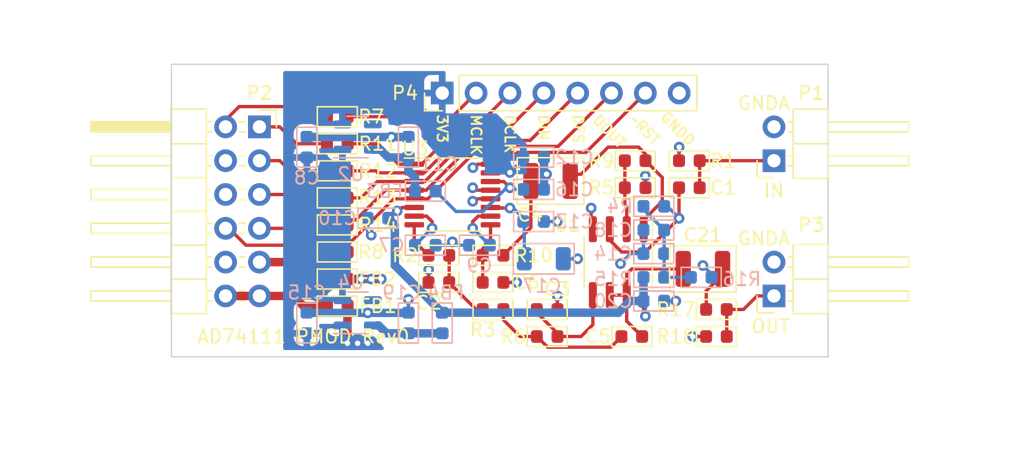
<source format=kicad_pcb>
(kicad_pcb (version 20211014) (generator pcbnew)
  (layers (0 "F.Cu" mixed) (1 "In1.Cu" power) (2 "In2.Cu" power) (31 "B.Cu" mixed) (34 "B.Paste" user) (35 "F.Paste" user) (36 "B.SilkS" user "B.Silkscreen") (37 "F.SilkS" user "F.Silkscreen") (38 "B.Mask" user) (39 "F.Mask" user) (44 "Edge.Cuts" user))
  (net 0 "")
  (net 1 "/audio_in")
  (net 2 "Net-(C1-Pad2)")
  (net 3 "Net-(C2-Pad1)")
  (net 4 "GNDA")
  (net 5 "Net-(C3-Pad1)")
  (net 6 "Net-(C4-Pad1)")
  (net 7 "Net-(C4-Pad2)")
  (net 8 "Net-(C5-Pad1)")
  (net 9 "Net-(C21-Pad2)")
  (net 10 "/vin")
  (net 11 "Net-(C7-Pad1)")
  (net 12 "Net-(C9-Pad1)")
  (net 13 "VAA")
  (net 14 "+3V3")
  (net 15 "GNDD")
  (net 16 "Net-(C11-Pad1)")
  (net 17 "+2V5")
  (net 18 "/3v3_in")
  (net 19 "Net-(C13-Pad1)")
  (net 20 "Net-(C19-Pad1)")
  (net 21 "Net-(P2-Pad7)")
  (net 22 "Net-(P2-Pad10)")
  (net 23 "/audio_out")
  (net 24 "/vout")
  (net 25 "/vbias")
  (net 26 "Net-(R5-Pad2)")
  (net 27 "/mclk")
  (net 28 "/~{reset}")
  (net 29 "/dclk")
  (net 30 "/din")
  (net 31 "/dfs")
  (net 32 "/dout")
  (net 35 "Net-(P2-Pad1)")
  (net 36 "Net-(P2-Pad2)")
  (net 37 "Net-(P2-Pad3)")
  (net 38 "Net-(P2-Pad4)")
  (net 41 "Net-(C21-Pad1)")
  (footprint "my_resistors:R_0603_1608Metric" (layer "F.Cu") (at 109.728 57.912 180)
    (fp_text reference "FB2" (at -3.022 0) (layer "F.SilkS"))
    (fp_text value "bead_600R_100MHz")
    (pad "1" smd roundrect locked (at -0.775 0 180) (size 0.9 0.95) (layers "F.Cu" "F.Paste" "F.Mask") (net 4 "GNDA"))
    (pad "2" smd roundrect locked (at 0.775 0 180) (size 0.9 0.95) (layers "F.Cu" "F.Paste" "F.Mask") (net 15 "GNDD"))
  )
  (footprint "my_conns:Conn_01x08_100mil_male" (layer "F.Cu") (at 117.602 43.942 90)
    (fp_text reference "P4" (at 0 -2.794 180) (layer "F.SilkS"))
    (fp_text value "Conn_01x08")
    (pad "1" thru_hole rect (at 0 0 90) (size 1.7 1.7) (drill 1) (layers *.Cu *.Mask) (net 14 "+3V3"))
    (pad "2" thru_hole oval (at 0 2.54 90) (size 1.7 1.7) (drill 1) (layers *.Cu *.Mask) (net 27 "/mclk"))
    (pad "3" thru_hole oval (at 0 5.08 90) (size 1.7 1.7) (drill 1) (layers *.Cu *.Mask) (net 29 "/dclk"))
    (pad "4" thru_hole oval (at 0 7.62 90) (size 1.7 1.7) (drill 1) (layers *.Cu *.Mask) (net 30 "/din"))
    (pad "5" thru_hole oval (at 0 10.16 90) (size 1.7 1.7) (drill 1) (layers *.Cu *.Mask) (net 31 "/dfs"))
    (pad "6" thru_hole oval (at 0 12.7 90) (size 1.7 1.7) (drill 1) (layers *.Cu *.Mask) (net 32 "/dout"))
    (pad "7" thru_hole oval (at 0 15.24 90) (size 1.7 1.7) (drill 1) (layers *.Cu *.Mask) (net 28 "/~{reset}"))
    (pad "8" thru_hole oval (at 0 17.78 90) (size 1.7 1.7) (drill 1) (layers *.Cu *.Mask) (net 15 "GNDD"))
  )
  (footprint "my_caps:C_0603_1608Metric" (layer "F.Cu") (at 121.412 58.166)
    (fp_text reference "C6" (at 2.54 0) (layer "F.SilkS"))
    (fp_text value "cap_10000PF_50V_0603_C0G-NP0")
    (pad "1" smd roundrect locked (at -0.775 0) (size 0.9 0.95) (layers "F.Cu" "F.Paste" "F.Mask") (net 10 "/vin"))
    (pad "2" smd roundrect locked (at 0.775 0) (size 0.9 0.95) (layers "F.Cu" "F.Paste" "F.Mask") (net 4 "GNDA"))
  )
  (footprint "my_resistors:R_0603_1608Metric" (layer "F.Cu") (at 109.728 49.784)
    (fp_text reference "R12" (at 3.048 0) (layer "F.SilkS"))
    (fp_text value "res_33R_5%_0.1W_0603")
    (pad "1" smd roundrect locked (at -0.775 0) (size 0.9 0.95) (layers "F.Cu" "F.Paste" "F.Mask") (net 36 "Net-(P2-Pad2)"))
    (pad "2" smd roundrect locked (at 0.775 0) (size 0.9 0.95) (layers "F.Cu" "F.Paste" "F.Mask") (net 30 "/din"))
  )
  (footprint "my_resistors:R_0603_1608Metric" (layer "F.Cu") (at 121.412 56.134 180)
    (fp_text reference "R10" (at -3.048 0 180) (layer "F.SilkS"))
    (fp_text value "res_51R_1%_0.1W_0603")
    (pad "1" smd roundrect locked (at -0.775 0 180) (size 0.9 0.95) (layers "F.Cu" "F.Paste" "F.Mask") (net 6 "Net-(C4-Pad1)"))
    (pad "2" smd roundrect locked (at 0.775 0 180) (size 0.9 0.95) (layers "F.Cu" "F.Paste" "F.Mask") (net 10 "/vin"))
  )
  (footprint "my_resistors:R_0603_1608Metric" (layer "F.Cu") (at 109.728 55.88 180)
    (fp_text reference "R8" (at -2.54 0) (layer "F.SilkS"))
    (fp_text value "res_33R_5%_0.1W_0603")
    (pad "1" smd roundrect locked (at -0.775 0 180) (size 0.9 0.95) (layers "F.Cu" "F.Paste" "F.Mask") (net 28 "/~{reset}"))
    (pad "2" smd roundrect locked (at 0.775 0 180) (size 0.9 0.95) (layers "F.Cu" "F.Paste" "F.Mask") (net 22 "Net-(P2-Pad10)"))
  )
  (footprint "my_caps:C_0603_1608Metric" (layer "F.Cu") (at 117.348 58.166 180)
    (fp_text reference "C2" (at 0.762 -1.524) (layer "F.SilkS"))
    (fp_text value "cap_2200PF_2%_50V_0603_C0G-NP0")
    (pad "1" smd roundrect locked (at -0.775 0 180) (size 0.9 0.95) (layers "F.Cu" "F.Paste" "F.Mask") (net 3 "Net-(C2-Pad1)"))
    (pad "2" smd roundrect locked (at 0.775 0 180) (size 0.9 0.95) (layers "F.Cu" "F.Paste" "F.Mask") (net 4 "GNDA"))
  )
  (footprint "my_resistors:R_0603_1608Metric" (layer "F.Cu") (at 117.348 56.134)
    (fp_text reference "R2" (at -2.54 0) (layer "F.SilkS"))
    (fp_text value "res_820R_1%_0.1W_0603")
    (pad "1" smd roundrect locked (at -0.775 0) (size 0.9 0.95) (layers "F.Cu" "F.Paste" "F.Mask") (net 24 "/vout"))
    (pad "2" smd roundrect locked (at 0.775 0) (size 0.9 0.95) (layers "F.Cu" "F.Paste" "F.Mask") (net 3 "Net-(C2-Pad1)"))
  )
  (footprint "my_caps:C_1210_3225Metric" (layer "F.Cu") (at 125.73 50.546)
    (fp_text reference "C4" (at -1.524 2.54) (layer "F.SilkS"))
    (fp_text value "cap_47UF_10%_16V_1210_X6S")
    (pad "1" smd roundrect locked (at -1.475 0) (size 1.15 2.7) (layers "F.Cu" "F.Paste" "F.Mask") (roundrect_rratio 0.2173913043) (net 6 "Net-(C4-Pad1)"))
    (pad "2" smd roundrect locked (at 1.475 0) (size 1.15 2.7) (layers "F.Cu" "F.Paste" "F.Mask") (roundrect_rratio 0.2173913043) (net 7 "Net-(C4-Pad2)"))
  )
  (footprint "my_caps:C_1210_3225Metric" (layer "F.Cu") (at 137.16 57.15 180)
    (fp_text reference "C21" (at 0 2.54) (layer "F.SilkS"))
    (fp_text value "cap_47UF_10%_16V_1210_X6S")
    (pad "1" smd roundrect locked (at -1.475 0 180) (size 1.15 2.7) (layers "F.Cu" "F.Paste" "F.Mask") (roundrect_rratio 0.2173913043) (net 41 "Net-(C21-Pad1)"))
    (pad "2" smd roundrect locked (at 1.475 0 180) (size 1.15 2.7) (layers "F.Cu" "F.Paste" "F.Mask") (roundrect_rratio 0.2173913043) (net 9 "Net-(C21-Pad2)"))
  )
  (footprint "my_caps:C_0603_1608Metric" (layer "F.Cu") (at 131.826 62.23)
    (fp_text reference "C5" (at -2.54 0) (layer "F.SilkS"))
    (fp_text value "cap_1000PF_1%_50V_0603_C0G-NP0")
    (pad "1" smd roundrect locked (at -0.775 0) (size 0.9 0.95) (layers "F.Cu" "F.Paste" "F.Mask") (net 8 "Net-(C5-Pad1)"))
    (pad "2" smd roundrect locked (at 0.775 0) (size 0.9 0.95) (layers "F.Cu" "F.Paste" "F.Mask") (net 9 "Net-(C21-Pad2)"))
  )
  (footprint "my_ics:SOIC-8_3.9x4.9mm_P1.27mm" (layer "F.Cu") (at 130.81 56.642 -90)
    (fp_text reference "U1" (at -2.794 3.81 180) (layer "F.SilkS"))
    (fp_text value "LMV722")
    (pad "1" smd roundrect (at -2.475 -1.905 270) (size 1.95 0.6) (layers "F.Cu" "F.Paste" "F.Mask") (net 7 "Net-(C4-Pad2)"))
    (pad "2" smd roundrect (at -2.475 -0.635 270) (size 1.95 0.6) (layers "F.Cu" "F.Paste" "F.Mask") (net 26 "Net-(R5-Pad2)"))
    (pad "3" smd roundrect (at -2.475 0.635 270) (size 1.95 0.6) (layers "F.Cu" "F.Paste" "F.Mask") (net 2 "Net-(C1-Pad2)"))
    (pad "4" smd roundrect (at -2.475 1.905 270) (size 1.95 0.6) (layers "F.Cu" "F.Paste" "F.Mask") (net 4 "GNDA"))
    (pad "5" smd roundrect (at 2.475 1.905 270) (size 1.95 0.6) (layers "F.Cu" "F.Paste" "F.Mask") (net 5 "Net-(C3-Pad1)"))
    (pad "6" smd roundrect (at 2.475 0.635 270) (size 1.95 0.6) (layers "F.Cu" "F.Paste" "F.Mask") (net 9 "Net-(C21-Pad2)"))
    (pad "7" smd roundrect (at 2.475 -0.635 270) (size 1.95 0.6) (layers "F.Cu" "F.Paste" "F.Mask") (net 9 "Net-(C21-Pad2)"))
    (pad "8" smd roundrect (at 2.475 -1.905 270) (size 1.95 0.6) (layers "F.Cu" "F.Paste" "F.Mask") (net 13 "VAA"))
  )
  (footprint "my_resistors:R_0603_1608Metric" (layer "F.Cu") (at 136.144 49.022 180)
    (fp_text reference "R1" (at -2.54 0) (layer "F.SilkS"))
    (fp_text value "res_2M2_1%_0.1W_0603")
    (pad "1" smd roundrect locked (at -0.775 0 180) (size 0.9 0.95) (layers "F.Cu" "F.Paste" "F.Mask") (net 1 "/audio_in"))
    (pad "2" smd roundrect locked (at 0.775 0 180) (size 0.9 0.95) (layers "F.Cu" "F.Paste" "F.Mask") (net 4 "GNDA"))
  )
  (footprint "my_resistors:R_0603_1608Metric" (layer "F.Cu") (at 109.728 47.752)
    (fp_text reference "R11" (at 3.048 0) (layer "F.SilkS"))
    (fp_text value "res_33R_5%_0.1W_0603")
    (pad "1" smd roundrect locked (at -0.775 0) (size 0.9 0.95) (layers "F.Cu" "F.Paste" "F.Mask") (net 35 "Net-(P2-Pad1)"))
    (pad "2" smd roundrect locked (at 0.775 0) (size 0.9 0.95) (layers "F.Cu" "F.Paste" "F.Mask") (net 29 "/dclk"))
  )
  (footprint "my_resistors:R_0603_1608Metric" (layer "F.Cu") (at 121.412 60.198)
    (fp_text reference "R3" (at -0.762 1.524) (layer "F.SilkS"))
    (fp_text value "res_8K2_1%_0.1W_0603")
    (pad "1" smd roundrect locked (at -0.775 0) (size 0.9 0.95) (layers "F.Cu" "F.Paste" "F.Mask") (net 3 "Net-(C2-Pad1)"))
    (pad "2" smd roundrect locked (at 0.775 0) (size 0.9 0.95) (layers "F.Cu" "F.Paste" "F.Mask") (net 8 "Net-(C5-Pad1)"))
  )
  (footprint "my_resistors:R_0603_1608Metric" (layer "F.Cu") (at 109.728 45.72 180)
    (fp_text reference "R7" (at -2.54 0) (layer "F.SilkS"))
    (fp_text value "res_33R_5%_0.1W_0603")
    (pad "1" smd roundrect locked (at -0.775 0 180) (size 0.9 0.95) (layers "F.Cu" "F.Paste" "F.Mask") (net 27 "/mclk"))
    (pad "2" smd roundrect locked (at 0.775 0 180) (size 0.9 0.95) (layers "F.Cu" "F.Paste" "F.Mask") (net 21 "Net-(P2-Pad7)"))
  )
  (footprint "Package_SO:TSSOP-16_4.4x5mm_P0.65mm" (layer "F.Cu") (at 118.364 51.562)
    (fp_text reference "U3" (at -2.794 -3.45) (layer "F.SilkS"))
    (fp_text value "AD74111")
    (pad "1" smd roundrect locked (at -2.8625 -2.275) (size 1.475 0.4) (layers "F.Cu" "F.Paste" "F.Mask") (net 29 "/dclk"))
    (pad "2" smd roundrect locked (at -2.8625 -1.625) (size 1.475 0.4) (layers "F.Cu" "F.Paste" "F.Mask") (net 30 "/din"))
    (pad "3" smd roundrect locked (at -2.8625 -0.975) (size 1.475 0.4) (layers "F.Cu" "F.Paste" "F.Mask") (net 31 "/dfs"))
    (pad "4" smd roundrect locked (at -2.8625 -0.325) (size 1.475 0.4) (layers "F.Cu" "F.Paste" "F.Mask") (net 32 "/dout"))
    (pad "5" smd roundrect locked (at -2.8625 0.325) (size 1.475 0.4) (layers "F.Cu" "F.Paste" "F.Mask") (net 28 "/~{reset}"))
    (pad "6" smd roundrect locked (at -2.8625 0.975) (size 1.475 0.4) (layers "F.Cu" "F.Paste" "F.Mask") (net 13 "VAA"))
    (pad "7" smd roundrect locked (at -2.8625 1.625) (size 1.475 0.4) (layers "F.Cu" "F.Paste" "F.Mask") (net 11 "Net-(C7-Pad1)"))
    (pad "8" smd roundrect locked (at -2.8625 2.275) (size 1.475 0.4) (layers "F.Cu" "F.Paste" "F.Mask") (net 24 "/vout"))
    (pad "9" smd roundrect locked (at 2.8625 2.275) (size 1.475 0.4) (layers "F.Cu" "F.Paste" "F.Mask") (net 10 "/vin"))
    (pad "10" smd roundrect locked (at 2.8625 1.625) (size 1.475 0.4) (layers "F.Cu" "F.Paste" "F.Mask") (net 12 "Net-(C9-Pad1)"))
    (pad "11" smd roundrect locked (at 2.8625 0.975) (size 1.475 0.4) (layers "F.Cu" "F.Paste" "F.Mask") (net 19 "Net-(C13-Pad1)"))
    (pad "12" smd roundrect locked (at 2.8625 0.325) (size 1.475 0.4) (layers "F.Cu" "F.Paste" "F.Mask") (net 4 "GNDA"))
    (pad "13" smd roundrect locked (at 2.8625 -0.325) (size 1.475 0.4) (layers "F.Cu" "F.Paste" "F.Mask") (net 15 "GNDD"))
    (pad "14" smd roundrect locked (at 2.8625 -0.975) (size 1.475 0.4) (layers "F.Cu" "F.Paste" "F.Mask") (net 17 "+2V5"))
    (pad "15" smd roundrect locked (at 2.8625 -1.625) (size 1.475 0.4) (layers "F.Cu" "F.Paste" "F.Mask") (net 14 "+3V3"))
    (pad "16" smd roundrect locked (at 2.8625 -2.275) (size 1.475 0.4) (layers "F.Cu" "F.Paste" "F.Mask") (net 27 "/mclk"))
  )
  (footprint "my_conns:Conn_02x06_100mil_right_angle_male" (layer "F.Cu") (at 103.886 46.482 180)
    (fp_text reference "P2" (at 0 2.54) (layer "F.SilkS"))
    (fp_text value "Conn_02x06_100mil_right_angle_male")
    (pad "1" thru_hole rect (at 0 0 180) (size 1.7 1.7) (drill 1) (layers *.Cu *.Mask) (net 35 "Net-(P2-Pad1)"))
    (pad "2" thru_hole oval (at 0 -2.54 180) (size 1.7 1.7) (drill 1) (layers *.Cu *.Mask) (net 36 "Net-(P2-Pad2)"))
    (pad "3" thru_hole oval (at 0 -5.08 180) (size 1.7 1.7) (drill 1) (layers *.Cu *.Mask) (net 37 "Net-(P2-Pad3)"))
    (pad "4" thru_hole oval (at 0 -7.62 180) (size 1.7 1.7) (drill 1) (layers *.Cu *.Mask) (net 38 "Net-(P2-Pad4)"))
    (pad "5" thru_hole oval (at 0 -10.16 180) (size 1.7 1.7) (drill 1) (layers *.Cu *.Mask) (net 15 "GNDD"))
    (pad "6" thru_hole circle (at 0 -12.7 180) (size 1.7 1.7) (drill 1) (layers *.Cu *.Mask) (net 18 "/3v3_in"))
    (pad "7" thru_hole oval (at 2.54 0 180) (size 1.7 1.7) (drill 1) (layers *.Cu *.Mask) (net 21 "Net-(P2-Pad7)"))
    (pad "8" thru_hole oval (at 2.54 -2.54 180) (size 1.7 1.7) (drill 1) (layers *.Cu *.Mask))
    (pad "9" thru_hole oval (at 2.54 -5.08 180) (size 1.7 1.7) (drill 1) (layers *.Cu *.Mask))
    (pad "10" thru_hole oval (at 2.54 -7.62 180) (size 1.7 1.7) (drill 1) (layers *.Cu *.Mask) (net 22 "Net-(P2-Pad10)"))
    (pad "11" thru_hole oval (at 2.54 -10.16 180) (size 1.7 1.7) (drill 1) (layers *.Cu *.Mask) (net 15 "GNDD"))
    (pad "12" thru_hole oval (at 2.54 -12.7 180) (size 1.7 1.7) (drill 1) (layers *.Cu *.Mask) (net 18 "/3v3_in"))
  )
  (footprint "my_caps:C_0603_1608Metric" (layer "F.Cu") (at 125.476 60.198)
    (fp_text reference "C3" (at 0.762 -1.524) (layer "F.SilkS"))
    (fp_text value "cap_1000PF_1%_50V_0603_C0G-NP0")
    (pad "1" smd roundrect locked (at -0.775 0) (size 0.9 0.95) (layers "F.Cu" "F.Paste" "F.Mask") (net 5 "Net-(C3-Pad1)"))
    (pad "2" smd roundrect locked (at 0.775 0) (size 0.9 0.95) (layers "F.Cu" "F.Paste" "F.Mask") (net 4 "GNDA"))
  )
  (footprint "my_resistors:R_0603_1608Metric" (layer "F.Cu") (at 109.728 53.848)
    (fp_text reference "R14" (at 3.048 0) (layer "F.SilkS"))
    (fp_text value "res_33R_5%_0.1W_0603")
    (pad "1" smd roundrect locked (at -0.775 0) (size 0.9 0.95) (layers "F.Cu" "F.Paste" "F.Mask") (net 38 "Net-(P2-Pad4)"))
    (pad "2" smd roundrect locked (at 0.775 0) (size 0.9 0.95) (layers "F.Cu" "F.Paste" "F.Mask") (net 32 "/dout"))
  )
  (footprint "my_resistors:R_0603_1608Metric" (layer "F.Cu") (at 132.08 49.022)
    (fp_text reference "R9" (at -2.54 0) (layer "F.SilkS"))
    (fp_text value "res_0R_0603")
    (pad "1" smd roundrect locked (at -0.775 0) (size 0.9 0.95) (layers "F.Cu" "F.Paste" "F.Mask") (net 26 "Net-(R5-Pad2)"))
    (pad "2" smd roundrect locked (at 0.775 0) (size 0.9 0.95) (layers "F.Cu" "F.Paste" "F.Mask") (net 7 "Net-(C4-Pad2)"))
  )
  (footprint "my_conns:Conn_01x02_100mil_right_angle_male" (layer "F.Cu") (at 142.494 49.022)
    (fp_text reference "P1" (at 2.794 -5.08) (layer "F.SilkS"))
    (fp_text value "Conn_01x02_100mil_right_angle_male")
    (pad "1" thru_hole rect (at 0 0) (size 1.7 1.7) (drill 1) (layers *.Cu *.Mask) (net 1 "/audio_in"))
    (pad "2" thru_hole circle (at 0 -2.54) (size 1.7 1.7) (drill 1) (layers *.Cu *.Mask) (net 4 "GNDA"))
  )
  (footprint "my_resistors:R_0603_1608Metric" (layer "F.Cu") (at 109.728 59.944 180)
    (fp_text reference "FB1" (at -3.048 0) (layer "F.SilkS"))
    (fp_text value "bead_600R_100MHz")
    (pad "1" smd roundrect locked (at -0.775 0 180) (size 0.9 0.95) (layers "F.Cu" "F.Paste" "F.Mask") (net 14 "+3V3"))
    (pad "2" smd roundrect locked (at 0.775 0 180) (size 0.9 0.95) (layers "F.Cu" "F.Paste" "F.Mask") (net 18 "/3v3_in"))
  )
  (footprint "my_resistors:R_0603_1608Metric" (layer "F.Cu") (at 125.476 62.23)
    (fp_text reference "R6" (at -2.54 0) (layer "F.SilkS"))
    (fp_text value "res_8K2_1%_0.1W_0603")
    (pad "1" smd roundrect locked (at -0.775 0) (size 0.9 0.95) (layers "F.Cu" "F.Paste" "F.Mask") (net 8 "Net-(C5-Pad1)"))
    (pad "2" smd roundrect locked (at 0.775 0) (size 0.9 0.95) (layers "F.Cu" "F.Paste" "F.Mask") (net 5 "Net-(C3-Pad1)"))
  )
  (footprint "my_resistors:R_0603_1608Metric" (layer "F.Cu") (at 138.176 62.23 180)
    (fp_text reference "R18" (at 3.048 0 180) (layer "F.SilkS"))
    (fp_text value "res_10K_1%_0.1W_0603")
    (pad "1" smd roundrect locked (at -0.775 0 180) (size 0.9 0.95) (layers "F.Cu" "F.Paste" "F.Mask") (net 23 "/audio_out"))
    (pad "2" smd roundrect locked (at 0.775 0 180) (size 0.9 0.95) (layers "F.Cu" "F.Paste" "F.Mask") (net 4 "GNDA"))
  )
  (footprint "my_resistors:R_0603_1608Metric" (layer "F.Cu") (at 109.728 51.816)
    (fp_text reference "R13" (at 3.02 -0.03) (layer "F.SilkS"))
    (fp_text value "res_33R_5%_0.1W_0603")
    (pad "1" smd roundrect locked (at -0.775 0) (size 0.9 0.95) (layers "F.Cu" "F.Paste" "F.Mask") (net 37 "Net-(P2-Pad3)"))
    (pad "2" smd roundrect locked (at 0.775 0) (size 0.9 0.95) (layers "F.Cu" "F.Paste" "F.Mask") (net 31 "/dfs"))
  )
  (footprint "my_resistors:R_0603_1608Metric" (layer "F.Cu") (at 138.176 60.198)
    (fp_text reference "R17" (at -3.048 0 180) (layer "F.SilkS"))
    (fp_text value "res_100R_1%_0.1W_0603")
    (pad "1" smd roundrect locked (at -0.775 0) (size 0.9 0.95) (layers "F.Cu" "F.Paste" "F.Mask") (net 41 "Net-(C21-Pad1)"))
    (pad "2" smd roundrect locked (at 0.775 0) (size 0.9 0.95) (layers "F.Cu" "F.Paste" "F.Mask") (net 23 "/audio_out"))
  )
  (footprint "my_conns:Conn_01x02_100mil_right_angle_male" (layer "F.Cu") (at 142.494 59.182)
    (fp_text reference "P3" (at 2.794 -5.334) (layer "F.SilkS"))
    (fp_text value "Conn_01x02_100mil_right_angle_male")
    (pad "1" thru_hole rect (at 0 0) (size 1.7 1.7) (drill 1) (layers *.Cu *.Mask) (net 23 "/audio_out"))
    (pad "2" thru_hole circle (at 0 -2.54) (size 1.7 1.7) (drill 1) (layers *.Cu *.Mask) (net 4 "GNDA"))
  )
  (footprint "my_resistors:R_0603_1608Metric" (layer "F.Cu") (at 132.08 51.054 180)
    (fp_text reference "R5" (at 2.54 0) (layer "F.SilkS"))
    (fp_text value "res_0R_0603")
    (pad "1" smd roundrect locked (at -0.775 0 180) (size 0.9 0.95) (layers "F.Cu" "F.Paste" "F.Mask") (net 4 "GNDA"))
    (pad "2" smd roundrect locked (at 0.775 0 180) (size 0.9 0.95) (layers "F.Cu" "F.Paste" "F.Mask") (net 26 "Net-(R5-Pad2)"))
  )
  (footprint "my_caps:C_0603_1608Metric" (layer "F.Cu") (at 136.144 51.054 180)
    (fp_text reference "C1" (at -2.54 0) (layer "F.SilkS"))
    (fp_text value "cap_0.1UF_5%_50V_0603_X7R")
    (pad "1" smd roundrect locked (at -0.775 0 180) (size 0.9 0.95) (layers "F.Cu" "F.Paste" "F.Mask") (net 1 "/audio_in"))
    (pad "2" smd roundrect locked (at 0.775 0 180) (size 0.9 0.95) (layers "F.Cu" "F.Paste" "F.Mask") (net 2 "Net-(C1-Pad2)"))
  )
  (footprint "my_caps:C_0603_1608Metric" (layer "B.Cu") (at 115.062 48.006 90)
    (fp_text reference "C11" (at -1.27 2.286) (layer "B.SilkS") (effects (justify mirror)))
    (fp_text value "cap_1UF_10%_16V_0603_X7R")
    (pad "1" smd roundrect locked (at -0.775 0 90) (size 0.9 0.95) (layers "B.Cu" "B.Paste" "B.Mask") (net 16 "Net-(C11-Pad1)"))
    (pad "2" smd roundrect locked (at 0.775 0 90) (size 0.9 0.95) (layers "B.Cu" "B.Paste" "B.Mask") (net 15 "GNDD"))
  )
  (footprint "my_caps:C_0603_1608Metric" (layer "B.Cu") (at 124.46 48.768)
    (fp_text reference "C12" (at 3.048 0) (layer "B.SilkS") (effects (justify mirror)))
    (fp_text value "cap_0.1UF_5%_50V_0603_X7R")
    (pad "1" smd roundrect locked (at -0.775 0) (size 0.9 0.95) (layers "B.Cu" "B.Paste" "B.Mask") (net 14 "+3V3"))
    (pad "2" smd roundrect locked (at 0.775 0) (size 0.9 0.95) (layers "B.Cu" "B.Paste" "B.Mask") (net 15 "GNDD"))
  )
  (footprint "my_ics:SOT-23-5" (layer "B.Cu") (at 111.252 47.244)
    (fp_text reference "U2" (at -0.508 2.794) (layer "B.SilkS") (effects (justify mirror)))
    (fp_text value "LP5951MG-2.5")
    (pad "1" smd roundrect (at -1.1375 0.95) (size 1.325 0.6) (layers "B.Cu" "B.Paste" "B.Mask") (net 14 "+3V3"))
    (pad "2" smd roundrect (at -1.1375 0) (size 1.325 0.6) (layers "B.Cu" "B.Paste" "B.Mask") (net 15 "GNDD"))
    (pad "3" smd roundrect (at -1.1375 -0.95) (size 1.325 0.6) (layers "B.Cu" "B.Paste" "B.Mask") (net 14 "+3V3"))
    (pad "4" smd roundrect (at 1.1375 -0.95) (size 1.325 0.6) (layers "B.Cu" "B.Paste" "B.Mask"))
    (pad "5" smd roundrect (at 1.1375 0.95) (size 1.325 0.6) (layers "B.Cu" "B.Paste" "B.Mask") (net 16 "Net-(C11-Pad1)"))
  )
  (footprint "my_resistors:R_0603_1608Metric" (layer "B.Cu") (at 137.033 57.785)
    (fp_text reference "R16" (at 3.048 0.127) (layer "B.SilkS") (effects (justify mirror)))
    (fp_text value "res_100K_1%_0.1W_0603")
    (pad "1" smd roundrect locked (at -0.775 0) (size 0.9 0.95) (layers "B.Cu" "B.Paste" "B.Mask") (net 25 "/vbias"))
    (pad "2" smd roundrect locked (at 0.775 0) (size 0.9 0.95) (layers "B.Cu" "B.Paste" "B.Mask") (net 4 "GNDA"))
  )
  (footprint "my_resistors:R_0603_1608Metric" (layer "B.Cu") (at 116.332 51.308 180)
    (fp_text reference "FB3" (at 3.048 0 180) (layer "B.SilkS") (effects (justify mirror)))
    (fp_text value "bead_600R_100MHz")
    (pad "1" smd roundrect locked (at -0.775 0 180) (size 0.9 0.95) (layers "B.Cu" "B.Paste" "B.Mask") (net 17 "+2V5"))
    (pad "2" smd roundrect locked (at 0.775 0 180) (size 0.9 0.95) (layers "B.Cu" "B.Paste" "B.Mask") (net 16 "Net-(C11-Pad1)"))
  )
  (footprint "my_caps:C_0603_1608Metric" (layer "B.Cu") (at 133.477 56.007 180)
    (fp_text reference "C14" (at 3.048 0) (layer "B.SilkS") (effects (justify mirror)))
    (fp_text value "cap_1UF_10%_16V_0603_X7R")
    (pad "1" smd roundrect locked (at -0.775 0 180) (size 0.9 0.95) (layers "B.Cu" "B.Paste" "B.Mask") (net 25 "/vbias"))
    (pad "2" smd roundrect locked (at 0.775 0 180) (size 0.9 0.95) (layers "B.Cu" "B.Paste" "B.Mask") (net 4 "GNDA"))
  )
  (footprint "my_resistors:R_0603_1608Metric" (layer "B.Cu") (at 133.477 57.785)
    (fp_text reference "R15" (at -3.048 0.127) (layer "B.SilkS") (effects (justify mirror)))
    (fp_text value "res_100K_1%_0.1W_0603")
    (pad "1" smd roundrect locked (at -0.775 0) (size 0.9 0.95) (layers "B.Cu" "B.Paste" "B.Mask") (net 13 "VAA"))
    (pad "2" smd roundrect locked (at 0.775 0) (size 0.9 0.95) (layers "B.Cu" "B.Paste" "B.Mask") (net 25 "/vbias"))
  )
  (footprint "my_caps:C_0603_1608Metric" (layer "B.Cu") (at 120.396 55.372 180)
    (fp_text reference "C9" (at 0 -1.524) (layer "B.SilkS") (effects (justify mirror)))
    (fp_text value "cap_1000PF_1%_50V_0603_C0G-NP0")
    (pad "1" smd roundrect locked (at -0.775 0 180) (size 0.9 0.95) (layers "B.Cu" "B.Paste" "B.Mask") (net 12 "Net-(C9-Pad1)"))
    (pad "2" smd roundrect locked (at 0.775 0 180) (size 0.9 0.95) (layers "B.Cu" "B.Paste" "B.Mask") (net 4 "GNDA"))
  )
  (footprint "my_ics:SOT-23-5" (layer "B.Cu") (at 111.252 60.452)
    (fp_text reference "U4" (at -0.508 -2.286) (layer "B.SilkS") (effects (justify mirror)))
    (fp_text value "LP5951MG-2.5")
    (pad "1" smd roundrect (at -1.1375 0.95) (size 1.325 0.6) (layers "B.Cu" "B.Paste" "B.Mask") (net 14 "+3V3"))
    (pad "2" smd roundrect (at -1.1375 0) (size 1.325 0.6) (layers "B.Cu" "B.Paste" "B.Mask") (net 4 "GNDA"))
    (pad "3" smd roundrect (at -1.1375 -0.95) (size 1.325 0.6) (layers "B.Cu" "B.Paste" "B.Mask") (net 14 "+3V3"))
    (pad "4" smd roundrect (at 1.1375 -0.95) (size 1.325 0.6) (layers "B.Cu" "B.Paste" "B.Mask"))
    (pad "5" smd roundrect (at 1.1375 0.95) (size 1.325 0.6) (layers "B.Cu" "B.Paste" "B.Mask") (net 20 "Net-(C19-Pad1)"))
  )
  (footprint "my_caps:C_0603_1608Metric" (layer "B.Cu") (at 112.776 53.34 180)
    (fp_text reference "C10" (at 3.048 0) (layer "B.SilkS") (effects (justify mirror)))
    (fp_text value "cap_0.1UF_5%_50V_0603_X7R")
    (pad "1" smd roundrect locked (at -0.775 0 180) (size 0.9 0.95) (layers "B.Cu" "B.Paste" "B.Mask") (net 13 "VAA"))
    (pad "2" smd roundrect locked (at 0.775 0 180) (size 0.9 0.95) (layers "B.Cu" "B.Paste" "B.Mask") (net 4 "GNDA"))
  )
  (footprint "my_caps:C_0603_1608Metric" (layer "B.Cu") (at 133.477 54.229 180)
    (fp_text reference "C18" (at 3.048 0) (layer "B.SilkS") (effects (justify mirror)))
    (fp_text value "cap_0.1UF_5%_50V_0603_X7R")
    (pad "1" smd roundrect locked (at -0.775 0 180) (size 0.9 0.95) (layers "B.Cu" "B.Paste" "B.Mask") (net 25 "/vbias"))
    (pad "2" smd roundrect locked (at 0.775 0 180) (size 0.9 0.95) (layers "B.Cu" "B.Paste" "B.Mask") (net 4 "GNDA"))
  )
  (footprint "my_caps:C_0603_1608Metric" (layer "B.Cu") (at 107.442 61.214 90)
    (fp_text reference "C15" (at 2.286 0 180) (layer "B.SilkS") (effects (justify mirror)))
    (fp_text value "cap_1UF_10%_16V_0603_X7R")
    (pad "1" smd roundrect locked (at -0.775 0 90) (size 0.9 0.95) (layers "B.Cu" "B.Paste" "B.Mask") (net 14 "+3V3"))
    (pad "2" smd roundrect locked (at 0.775 0 90) (size 0.9 0.95) (layers "B.Cu" "B.Paste" "B.Mask") (net 4 "GNDA"))
  )
  (footprint "my_caps:C_1206_3216Metric" (layer "B.Cu") (at 125.222 56.388)
    (fp_text reference "C17" (at -0.127 2.032) (layer "B.SilkS") (effects (justify mirror)))
    (fp_text value "cap_10UF_10%_16V_1206_X7R")
    (pad "1" smd roundrect (at -1.4625 0) (size 1.125 1.75) (layers "B.Cu" "B.Paste" "B.Mask") (roundrect_rratio 0.2222222222) (net 19 "Net-(C13-Pad1)"))
    (pad "2" smd roundrect (at 1.4625 0) (size 1.125 1.75) (layers "B.Cu" "B.Paste" "B.Mask") (roundrect_rratio 0.2222222222) (net 4 "GNDA"))
  )
  (footprint "my_caps:C_0603_1608Metric" (layer "B.Cu") (at 107.442 48.006 90)
    (fp_text reference "C8" (at -2.286 0) (layer "B.SilkS") (effects (justify mirror)))
    (fp_text value "cap_1UF_10%_16V_0603_X7R")
    (pad "1" smd roundrect locked (at -0.775 0 90) (size 0.9 0.95) (layers "B.Cu" "B.Paste" "B.Mask") (net 14 "+3V3"))
    (pad "2" smd roundrect locked (at 0.775 0 90) (size 0.9 0.95) (layers "B.Cu" "B.Paste" "B.Mask") (net 15 "GNDD"))
  )
  (footprint "my_caps:C_0603_1608Metric" (layer "B.Cu") (at 116.332 55.372)
    (fp_text reference "C7" (at -2.54 0) (layer "B.SilkS") (effects (justify mirror)))
    (fp_text value "cap_1000PF_1%_50V_0603_C0G-NP0")
    (pad "1" smd roundrect locked (at -0.775 0) (size 0.9 0.95) (layers "B.Cu" "B.Paste" "B.Mask") (net 11 "Net-(C7-Pad1)"))
    (pad "2" smd roundrect locked (at 0.775 0) (size 0.9 0.95) (layers "B.Cu" "B.Paste" "B.Mask") (net 4 "GNDA"))
  )
  (footprint "my_resistors:R_0603_1608Metric" (layer "B.Cu") (at 133.477 52.451)
    (fp_text reference "R4" (at -2.54 0) (layer "B.SilkS") (effects (justify mirror)))
    (fp_text value "res_2M2_1%_0.1W_0603")
    (pad "1" smd roundrect locked (at -0.775 0) (size 0.9 0.95) (layers "B.Cu" "B.Paste" "B.Mask") (net 25 "/vbias"))
    (pad "2" smd roundrect locked (at 0.775 0) (size 0.9 0.95) (layers "B.Cu" "B.Paste" "B.Mask") (net 2 "Net-(C1-Pad2)"))
  )
  (footprint "my_caps:C_0603_1608Metric" (layer "B.Cu") (at 133.477 59.563)
    (fp_text reference "C20" (at -3.048 0) (layer "B.SilkS") (effects (justify mirror)))
    (fp_text value "cap_0.1UF_5%_50V_0603_X7R")
    (pad "1" smd roundrect locked (at -0.775 0) (size 0.9 0.95) (layers "B.Cu" "B.Paste" "B.Mask") (net 13 "VAA"))
    (pad "2" smd roundrect locked (at 0.775 0) (size 0.9 0.95) (layers "B.Cu" "B.Paste" "B.Mask") (net 4 "GNDA"))
  )
  (footprint "my_caps:C_0603_1608Metric" (layer "B.Cu") (at 124.46 53.594)
    (fp_text reference "C13" (at 3.048 0) (layer "B.SilkS") (effects (justify mirror)))
    (fp_text value "cap_0.1UF_5%_50V_0603_X7R")
    (pad "1" smd roundrect locked (at -0.775 0) (size 0.9 0.95) (layers "B.Cu" "B.Paste" "B.Mask") (net 19 "Net-(C13-Pad1)"))
    (pad "2" smd roundrect locked (at 0.775 0) (size 0.9 0.95) (layers "B.Cu" "B.Paste" "B.Mask") (net 4 "GNDA"))
  )
  (footprint "my_caps:C_0603_1608Metric" (layer "B.Cu") (at 115.062 61.214 90)
    (fp_text reference "C19" (at 2.286 -0.508 180) (layer "B.SilkS") (effects (justify mirror)))
    (fp_text value "cap_1UF_10%_16V_0603_X7R")
    (pad "1" smd roundrect locked (at -0.775 0 90) (size 0.9 0.95) (layers "B.Cu" "B.Paste" "B.Mask") (net 20 "Net-(C19-Pad1)"))
    (pad "2" smd roundrect locked (at 0.775 0 90) (size 0.9 0.95) (layers "B.Cu" "B.Paste" "B.Mask") (net 4 "GNDA"))
  )
  (footprint "my_caps:C_0603_1608Metric" (layer "B.Cu") (at 124.46 51.181)
    (fp_text reference "C16" (at 3.048 0) (layer "B.SilkS") (effects (justify mirror)))
    (fp_text value "cap_0.1UF_5%_50V_0603_X7R")
    (pad "1" smd roundrect locked (at -0.775 0) (size 0.9 0.95) (layers "B.Cu" "B.Paste" "B.Mask") (net 17 "+2V5"))
    (pad "2" smd roundrect locked (at 0.775 0) (size 0.9 0.95) (layers "B.Cu" "B.Paste" "B.Mask") (net 15 "GNDD"))
  )
  (footprint "my_resistors:R_0603_1608Metric" (layer "B.Cu") (at 117.602 61.214 -90)
    (fp_text reference "FB4" (at -2.286 -0.254 180) (layer "B.SilkS") (effects (justify mirror)))
    (fp_text value "bead_600R_100MHz")
    (pad "1" smd roundrect locked (at -0.775 0 270) (size 0.9 0.95) (layers "B.Cu" "B.Paste" "B.Mask") (net 13 "VAA"))
    (pad "2" smd roundrect locked (at 0.775 0 270) (size 0.9 0.95) (layers "B.Cu" "B.Paste" "B.Mask") (net 20 "Net-(C19-Pad1)"))
  )
  (gr_poly (pts (xy 146.558 63.754) (xy 97.282 63.754) (xy 97.282 41.783) (xy 146.558 41.783)) (layer "Edge.Cuts") (width 0.1) (fill none))
  (gr_text "GNDA" (at 141.732 44.704) (layer "F.SilkS") (effects (font (size 1 1))))
  (gr_text "AD74111 PMOD Rev0" (at 107.188 62.23) (layer "F.SilkS") (effects (font (size 1 1))))
  (gr_text "MCLK" (at 120.142 45.466 270) (layer "F.SilkS") (effects (font (size 0.762 0.762)) (justify left)))
  (gr_text "DOUT" (at 129.032 45.72 315) (layer "F.SilkS") (effects (font (size 0.762 0.762)) (justify left)))
  (gr_text "DFS" (at 127.791997 45.466 270) (layer "F.SilkS") (effects (font (size 0.762 0.762)) (justify left)))
  (gr_text "GNDA" (at 141.732 54.864) (layer "F.SilkS") (effects (font (size 1 1))))
  (gr_text "3V3" (at 117.602 45.466 270) (layer "F.SilkS") (effects (font (size 0.762 0.762)) (justify left)))
  (gr_text "DIN" (at 125.222 45.466 270) (layer "F.SilkS") (effects (font (size 0.762 0.762)) (justify left)))
  (gr_text "IN" (at 142.494 51.308) (layer "F.SilkS") (effects (font (size 1 1))))
  (gr_text "DCLK" (at 122.682 45.466 270) (layer "F.SilkS") (effects (font (size 0.762 0.762)) (justify left)))
  (gr_text "OUT" (at 142.24 61.468) (layer "F.SilkS") (effects (font (size 1 1))))
  (gr_text "GNDD" (at 134.112 45.466 315) (layer "F.SilkS") (effects (font (size 0.762 0.762)) (justify left)))
  (gr_text "~RST" (at 131.826 45.72 315) (layer "F.SilkS") (effects (font (size 0.762 0.762)) (justify left)))
  (segment (start 142.494 49.022) (end 136.919 49.022) (width 0.25) (layer "F.Cu") (net 1))
  (segment (start 136.919 49.022) (end 136.919 51.054) (width 0.25) (layer "F.Cu") (net 1))
  (segment (start 130.175 54.991) (end 131.064 55.88) (width 0.25) (layer "F.Cu") (net 2))
  (segment (start 132.842 55.88) (end 135.369 53.353) (width 0.25) (layer "F.Cu") (net 2))
  (segment (start 135.369 53.353) (end 135.369 51.054) (width 0.25) (layer "F.Cu") (net 2))
  (segment (start 131.064 55.88) (end 132.842 55.88) (width 0.25) (layer "F.Cu") (net 2))
  (via (at 135.369 53.353) (size 0.8) (drill 0.4) (layers "F.Cu" "B.Cu") (net 2))
  (segment (start 135.369 53.327) (end 135.369 53.353) (width 0.25) (layer "B.Cu") (net 2))
  (segment (start 134.493 52.451) (end 135.369 53.327) (width 0.25) (layer "B.Cu") (net 2))
  (segment (start 118.123 56.134) (end 118.123 58.166) (width 0.25) (layer "F.Cu") (net 3))
  (segment (start 120.142 60.198) (end 118.123 58.179) (width 0.25) (layer "F.Cu") (net 3))
  (segment (start 120.637 60.198) (end 120.142 60.198) (width 0.25) (layer "F.Cu") (net 3))
  (segment (start 126.238 59.182) (end 126.238 60.185) (width 0.25) (layer "F.Cu") (net 4))
  (segment (start 132.842 50.165) (end 132.842 51.041) (width 0.25) (layer "F.Cu") (net 4))
  (segment (start 113.03 57.912) (end 112.268 57.912) (width 0.635) (layer "F.Cu") (net 4))
  (segment (start 122.187 58.166) (end 123.19 58.166) (width 0.254) (layer "F.Cu") (net 4))
  (segment (start 135.369 49.022) (end 135.369 48.019) (width 0.25) (layer "F.Cu") (net 4))
  (segment (start 111.506 57.912) (end 110.503 57.912) (width 0.635) (layer "F.Cu") (net 4))
  (segment (start 136.652 62.23) (end 136.398 62.23) (width 0.25) (layer "F.Cu") (net 4))
  (segment (start 128.778 52.578) (end 128.778 53.34) (width 0.25) (layer "F.Cu") (net 4))
  (segment (start 112.268 57.912) (end 111.506 57.912) (width 0.635) (layer "F.Cu") (net 4))
  (segment (start 120.071 51.887) (end 119.888 52.07) (width 0.25) (layer "F.Cu") (net 4))
  (segment (start 137.401 62.23) (end 136.652 62.23) (width 0.25) (layer "F.Cu") (net 4))
  (segment (start 135.369 48.019) (end 135.382 48.006) (width 0.25) (layer "F.Cu") (net 4))
  (segment (start 116.573 58.166) (end 116.573 57.2215) (width 0.254) (layer "F.Cu") (net 4))
  (segment (start 121.2265 51.887) (end 120.071 51.887) (width 0.25) (layer "F.Cu") (net 4))
  (segment (start 116.573 57.2215) (end 116.586 57.2085) (width 0.254) (layer "F.Cu") (net 4))
  (via (at 130.978811 56.754378) (size 0.8) (drill 0.4) (layers "F.Cu" "B.Cu") (net 4))
  (via (at 128.778 52.578) (size 0.8) (drill 0.4) (layers "F.Cu" "B.Cu") (net 4))
  (via (at 136.398 62.23) (size 0.8) (drill 0.4) (layers "F.Cu" "B.Cu") (net 4))
  (via (at 119.888 52.07) (size 0.8) (drill 0.4) (layers "F.Cu" "B.Cu") (net 4))
  (via (at 137.16 56.896) (size 0.8) (drill 0.4) (layers "F.Cu" "B.Cu") (net 4))
  (via (at 112.268 57.912) (size 0.8) (drill 0.4) (layers "F.Cu" "B.Cu") (net 4))
  (via (at 127.762 56.388) (size 0.8) (drill 0.4) (layers "F.Cu" "B.Cu") (net 4))
  (via (at 135.382 48.006) (size 0.8) (drill 0.4) (layers "F.Cu" "B.Cu") (net 4))
  (via (at 118.364 55.118) (size 0.8) (drill 0.4) (layers "F.Cu" "B.Cu") (net 4))
  (via (at 112.272299 54.614299) (size 0.8) (drill 0.4) (layers "F.Cu" "B.Cu") (net 4))
  (via (at 112.014 60.452) (size 0.8) (drill 0.4) (layers "F.Cu" "B.Cu") (net 4))
  (via (at 123.19 58.166) (size 0.8) (drill 0.4) (layers "F.Cu" "B.Cu") (net 4))
  (via (at 115.062 59.436) (size 0.8) (drill 0.4) (layers "F.Cu" "B.Cu") (net 4))
  (via (at 132.842 50.165) (size 0.8) (drill 0.4) (layers "F.Cu" "B.Cu") (net 4))
  (via (at 116.586 57.2085) (size 0.8) (drill 0.4) (layers "F.Cu" "B.Cu") (net 4))
  (via (at 111.506 57.912) (size 0.8) (drill 0.4) (layers "F.Cu" "B.Cu") (net 4))
  (via (at 126.238 53.594) (size 0.8) (drill 0.4) (layers "F.Cu" "B.Cu") (net 4))
  (via (at 135.128 59.563) (size 0.8) (drill 0.4) (layers "F.Cu" "B.Cu") (net 4))
  (via (at 126.238 59.182) (size 0.8) (drill 0.4) (layers "F.Cu" "B.Cu") (net 4))
  (via (at 113.03 57.912) (size 0.8) (drill 0.4) (layers "F.Cu" "B.Cu") (net 4))
  (segment (start 112.001 54.343) (end 112.001 53.34) (width 0.254) (layer "B.Cu") (net 4))
  (segment (start 118.364 55.372) (end 117.107 55.372) (width 0.254) (layer "B.Cu") (net 4))
  (segment (start 115.062 60.439) (end 115.062 59.436) (width 0.254) (layer "B.Cu") (net 4))
  (segment (start 119.621 55.372) (end 118.364 55.372) (width 0.254) (layer "B.Cu") (net 4))
  (segment (start 137.808 57.544) (end 137.16 56.896) (width 0.25) (layer "B.Cu") (net 4))
  (segment (start 127.762 56.388) (end 126.6845 56.388) (width 0.25) (layer "B.Cu") (net 4))
  (segment (start 110.1145 60.452) (end 112.014 60.452) (width 0.25) (layer "B.Cu") (net 4))
  (segment (start 112.014 60.452) (end 115.048995 60.452) (width 0.635) (layer "B.Cu") (net 4))
  (segment (start 134.252 59.563) (end 135.128 59.563) (width 0.25) (layer "B.Cu") (net 4))
  (segment (start 132.702 56.007) (end 131.726189 56.007) (width 0.25) (layer "B.Cu") (net 4))
  (segment (start 112.272299 54.614299) (end 112.001 54.343) (width 0.254) (layer "B.Cu") (net 4))
  (segment (start 126.238 53.594) (end 125.489 53.594) (width 0.25) (layer "B.Cu") (net 4))
  (segment (start 118.364 55.372) (end 118.364 55.118) (width 0.254) (layer "B.Cu") (net 4))
  (segment (start 112.014 60.452) (end 107.455005 60.452) (width 0.635) (layer "B.Cu") (net 4))
  (segment (start 132.702 54.229) (end 132.702 56.007) (width 0.25) (layer "B.Cu") (net 4))
  (segment (start 131.726189 56.007) (end 130.978811 56.754378) (width 0.25) (layer "B.Cu") (net 4))
  (segment (start 128.905 59.117) (end 128.905 61.341) (width 0.25) (layer "F.Cu") (net 5))
  (segment (start 126.251 61.989) (end 124.701 60.439) (width 0.25) (layer "F.Cu") (net 5))
  (segment (start 128.905 61.341) (end 128.016 62.23) (width 0.25) (layer "F.Cu") (net 5))
  (segment (start 128.016 62.23) (end 126.251 62.23) (width 0.25) (layer "F.Cu") (net 5))
  (segment (start 124.255 50.546) (end 124.255 54.053) (width 0.25) (layer "F.Cu") (net 6))
  (segment (start 122.187 56.121) (end 122.187 56.134) (width 0.25) (layer "F.Cu") (net 6))
  (segment (start 124.255 54.053) (end 122.187 56.121) (width 0.25) (layer "F.Cu") (net 6))
  (segment (start 134.112 52.07) (end 134.112 50.279) (width 0.25) (layer "F.Cu") (net 7))
  (segment (start 128.016 50.038) (end 127.205 50.038) (width 0.25) (layer "F.Cu") (net 7))
  (segment (start 132.855 48.527) (end 132.334 48.006) (width 0.25) (layer "F.Cu") (net 7))
  (segment (start 132.855 49.022) (end 132.855 48.527) (width 0.25) (layer "F.Cu") (net 7))
  (segment (start 132.334 48.006) (end 130.048 48.006) (width 0.25) (layer "F.Cu") (net 7))
  (segment (start 134.112 50.279) (end 132.855 49.022) (width 0.25) (layer "F.Cu") (net 7))
  (segment (start 132.715 53.467) (end 134.112 52.07) (width 0.25) (layer "F.Cu") (net 7))
  (segment (start 130.048 48.006) (end 128.016 50.038) (width 0.25) (layer "F.Cu") (net 7))
  (segment (start 123.444 62.23) (end 124.701 62.23) (width 0.25) (layer "F.Cu") (net 8))
  (segment (start 130.25148 63.02952) (end 125.51352 63.02952) (width 0.25) (layer "F.Cu") (net 8))
  (segment (start 125.51352 63.02952) (end 124.714 62.23) (width 0.25) (layer "F.Cu") (net 8))
  (segment (start 122.187 60.973) (end 123.444 62.23) (width 0.25) (layer "F.Cu") (net 8))
  (segment (start 131.051 62.23) (end 130.25148 63.02952) (width 0.25) (layer "F.Cu") (net 8))
  (segment (start 122.187 60.198) (end 122.187 60.973) (width 0.25) (layer "F.Cu") (net 8))
  (segment (start 131.445 61.074) (end 132.601 62.23) (width 0.25) (layer "F.Cu") (net 9))
  (segment (start 131.445 59.117) (end 131.445 61.074) (width 0.25) (layer "F.Cu") (net 9))
  (segment (start 131.445 57.531) (end 131.445 59.117) (width 0.25) (layer "F.Cu") (net 9))
  (segment (start 135.685 57.15) (end 131.826 57.15) (width 0.25) (layer "F.Cu") (net 9))
  (segment (start 131.445 59.117) (end 130.175 59.117) (width 0.25) (layer "F.Cu") (net 9))
  (segment (start 131.826 57.15) (end 131.445 57.531) (width 0.25) (layer "F.Cu") (net 9))
  (segment (start 121.2265 53.837) (end 121.2265 55.0495) (width 0.25) (layer "F.Cu") (net 10))
  (segment (start 120.637 55.639) (end 120.637 56.134) (width 0.25) (layer "F.Cu") (net 10))
  (segment (start 121.2265 55.0495) (end 120.637 55.639) (width 0.25) (layer "F.Cu") (net 10))
  (segment (start 120.637 56.134) (end 120.637 58.166) (width 0.25) (layer "F.Cu") (net 10))
  (segment (start 116.84 53.594) (end 116.84 54.102) (width 0.254) (layer "F.Cu") (net 11))
  (segment (start 116.433 53.187) (end 116.84 53.594) (width 0.254) (layer "F.Cu") (net 11))
  (segment (start 115.5015 53.187) (end 116.433 53.187) (width 0.254) (layer "F.Cu") (net 11))
  (via (at 116.84 54.102) (size 0.8) (drill 0.4) (layers "F.Cu" "B.Cu") (net 11))
  (segment (start 116.827 54.102) (end 115.557 55.372) (width 0.254) (layer "B.Cu") (net 11))
  (segment (start 116.84 54.102) (end 116.827 54.102) (width 0.254) (layer "B.Cu") (net 11))
  (segment (start 119.888 53.594) (end 119.888 54.102) (width 0.254) (layer "F.Cu") (net 12))
  (segment (start 120.295 53.187) (end 119.888 53.594) (width 0.254) (layer "F.Cu") (net 12))
  (segment (start 121.2265 53.187) (end 120.295 53.187) (width 0.254) (layer "F.Cu") (net 12))
  (via (at 119.888 54.102) (size 0.8) (drill 0.4) (layers "F.Cu" "B.Cu") (net 12))
  (segment (start 119.901 54.102) (end 121.171 55.372) (width 0.254) (layer "B.Cu") (net 12))
  (segment (start 119.888 54.102) (end 119.901 54.102) (width 0.254) (layer "B.Cu") (net 12))
  (segment (start 114.595 52.537) (end 114.333178 52.798822) (width 0.254) (layer "F.Cu") (net 13))
  (segment (start 132.715 59.117) (end 132.715 60.579) (width 0.254) (layer "F.Cu") (net 13))
  (segment (start 132.837701 60.701701) (end 132.846299 60.701701) (width 0.254) (layer "F.Cu") (net 13))
  (segment (start 115.5015 52.537) (end 114.595 52.537) (width 0.254) (layer "F.Cu") (net 13))
  (segment (start 132.715 60.579) (end 132.837701 60.701701) (width 0.254) (layer "F.Cu") (net 13))
  (segment (start 114.333178 52.798822) (end 114.226619 52.798822) (width 0.254) (layer "F.Cu") (net 13))
  (via (at 114.226619 52.798822) (size 0.8) (drill 0.4) (layers "F.Cu" "B.Cu") (net 13))
  (via (at 132.846299 60.701701) (size 0.8) (drill 0.4) (layers "F.Cu" "B.Cu") (net 13))
  (segment (start 132.846299 60.701701) (end 132.846299 59.707299) (width 0.254) (layer "B.Cu") (net 13))
  (segment (start 132.702 59.563) (end 131.699 59.563) (width 0.635) (layer "B.Cu") (net 13))
  (segment (start 114.059 56.896) (end 114.046 56.896) (width 0.635) (layer "B.Cu") (net 13))
  (segment (start 117.602 60.439) (end 114.059 56.896) (width 0.635) (layer "B.Cu") (net 13))
  (segment (start 114.046 53.835) (end 113.551 53.34) (width 0.635) (layer "B.Cu") (net 13))
  (segment (start 130.81 60.452) (end 130.797 60.439) (width 0.635) (layer "B.Cu") (net 13))
  (segment (start 132.702 59.563) (end 132.702 57.785) (width 0.635) (layer "B.Cu") (net 13))
  (segment (start 131.699 59.563) (end 130.81 60.452) (width 0.635) (layer "B.Cu") (net 13))
  (segment (start 114.046 56.896) (end 114.046 53.835) (width 0.635) (layer "B.Cu") (net 13))
  (segment (start 130.797 60.439) (end 117.602 60.439) (width 0.635) (layer "B.Cu") (net 13))
  (segment (start 114.226619 52.798822) (end 114.092178 52.798822) (width 0.254) (layer "B.Cu") (net 13))
  (segment (start 114.092178 52.798822) (end 113.551 53.34) (width 0.254) (layer "B.Cu") (net 13))
  (segment (start 110.49 59.957) (end 110.503 59.944) (width 0.635) (layer "F.Cu") (net 14))
  (segment (start 122.656 49.937) (end 121.2265 49.937) (width 0.25) (layer "F.Cu") (net 14))
  (segment (start 122.682 49.911) (end 122.656 49.937) (width 0.25) (layer "F.Cu") (net 14))
  (segment (start 110.49 62.738) (end 110.49 59.957) (width 0.635) (layer "F.Cu") (net 14))
  (segment (start 112.014 62.738) (end 111.252 62.738) (width 0.635) (layer "F.Cu") (net 14))
  (segment (start 111.252 62.738) (end 110.49 62.738) (width 0.635) (layer "F.Cu") (net 14))
  (via (at 122.682 49.911) (size 0.8) (drill 0.4) (layers "F.Cu" "B.Cu") (net 14))
  (via (at 110.49 62.738) (size 0.8) (drill 0.4) (layers "F.Cu" "B.Cu") (net 14))
  (via (at 111.252 62.738) (size 0.8) (drill 0.4) (layers "F.Cu" "B.Cu") (net 14))
  (via (at 112.014 62.738) (size 0.8) (drill 0.4) (layers "F.Cu" "B.Cu") (net 14))
  (segment (start 122.682 49.911) (end 123.685 48.908) (width 0.25) (layer "B.Cu") (net 14))
  (segment (start 119.817007 51.237007) (end 119.817007 51.124993) (width 0.254) (layer "F.Cu") (net 15))
  (segment (start 119.817 51.125) (end 119.888 51.054) (width 0.635) (layer "F.Cu") (net 15))
  (segment (start 107.188 57.912) (end 108.953 57.912) (width 0.635) (layer "F.Cu") (net 15))
  (segment (start 121.226504 51.237007) (end 119.817007 51.237007) (width 0.254) (layer "F.Cu") (net 15))
  (segment (start 105.918 56.642) (end 107.188 57.912) (width 0.635) (layer "F.Cu") (net 15))
  (segment (start 103.886 56.642) (end 105.918 56.642) (width 0.635) (layer "F.Cu") (net 15))
  (via (at 119.888 51.054) (size 0.8) (drill 0.4) (layers "F.Cu" "B.Cu") (net 15))
  (via (at 125.4295 50.038) (size 0.8) (drill 0.4) (layers "F.Cu" "B.Cu") (net 15))
  (via (at 113.792 47.244) (size 0.8) (drill 0.4) (layers "F.Cu" "B.Cu") (net 15))
  (segment (start 110.1145 47.244) (end 107.455 47.244) (width 0.635) (layer "B.Cu") (net 15))
  (segment (start 113.792 47.244) (end 115.049 47.244) (width 0.254) (layer "B.Cu") (net 15))
  (segment (start 125.235 50.2325) (end 125.4295 50.038) (width 0.635) (layer "B.Cu") (net 15))
  (segment (start 110.1145 47.244) (end 115.049 47.244) (width 0.635) (layer "B.Cu") (net 15))
  (segment (start 125.235 48.768) (end 125.235 51.181) (width 0.635) (layer "B.Cu") (net 15))
  (segment (start 113.551 48.781) (end 115.062 48.781) (width 0.635) (layer "B.Cu") (net 16))
  (segment (start 112.964 48.194) (end 113.551 48.781) (width 0.635) (layer "B.Cu") (net 16))
  (segment (start 112.3895 48.194) (end 112.964 48.194) (width 0.635) (layer "B.Cu") (net 16))
  (segment (start 115.062 49.784) (end 115.062 48.781) (width 0.635) (layer "B.Cu") (net 16))
  (segment (start 115.557 51.308) (end 115.557 50.279) (width 0.635) (layer "B.Cu") (net 16))
  (segment (start 115.557 50.279) (end 115.062 49.784) (width 0.635) (layer "B.Cu") (net 16))
  (segment (start 122.215 50.587) (end 121.2265 50.587) (width 0.25) (layer "F.Cu") (net 17))
  (segment (start 122.682 51.054) (end 122.215 50.587) (width 0.25) (layer "F.Cu") (net 17))
  (via (at 122.682 51.054) (size 0.8) (drill 0.4) (layers "F.Cu" "B.Cu") (net 17))
  (segment (start 122.428 51.054) (end 120.65 52.832) (width 0.25) (layer "B.Cu") (net 17))
  (segment (start 118.631 52.832) (end 117.107 51.308) (width 0.25) (layer "B.Cu") (net 17))
  (segment (start 120.65 52.832) (end 118.631 52.832) (width 0.25) (layer "B.Cu") (net 17))
  (segment (start 122.809 51.181) (end 123.685 51.181) (width 0.25) (layer "B.Cu") (net 17))
  (segment (start 122.682 51.054) (end 122.428 51.054) (width 0.25) (layer "B.Cu") (net 17))
  (segment (start 122.682 51.054) (end 122.809 51.181) (width 0.25) (layer "B.Cu") (net 17))
  (segment (start 107.188 59.944) (end 108.953 59.944) (width 0.635) (layer "F.Cu") (net 18))
  (segment (start 103.886 59.182) (end 106.426 59.182) (width 0.635) (layer "F.Cu") (net 18))
  (segment (start 101.346 59.182) (end 103.886 59.182) (width 0.635) (layer "F.Cu") (net 18))
  (segment (start 106.426 59.182) (end 107.188 59.944) (width 0.635) (layer "F.Cu") (net 18))
  (segment (start 122.682 52.578) (end 121.955361 52.578) (width 0.25) (layer "F.Cu") (net 19))
  (segment (start 121.914361 52.537) (end 121.2265 52.537) (width 0.25) (layer "F.Cu") (net 19))
  (segment (start 121.955361 52.578) (end 121.914361 52.537) (width 0.25) (layer "F.Cu") (net 19))
  (via (at 122.682 52.578) (size 0.8) (drill 0.4) (layers "F.Cu" "B.Cu") (net 19))
  (segment (start 123.7595 53.4145) (end 123.7595 55.626) (width 0.25) (layer "B.Cu") (net 19))
  (segment (start 122.682 52.578) (end 122.923 52.578) (width 0.25) (layer "B.Cu") (net 19))
  (segment (start 122.923 52.578) (end 123.7595 53.4145) (width 0.25) (layer "B.Cu") (net 19))
  (segment (start 112.837011 61.402011) (end 112.710011 61.402011) (width 0.635) (layer "B.Cu") (net 20))
  (segment (start 113.424005 61.989005) (end 112.837011 61.402011) (width 0.635) (layer "B.Cu") (net 20))
  (segment (start 117.601995 61.989005) (end 113.424005 61.989005) (width 0.635) (layer "B.Cu") (net 20))
  (segment (start 108.953 45.72) (end 106.68 45.72) (width 0.25) (layer "F.Cu") (net 21))
  (segment (start 102.362 44.958) (end 101.346 45.974) (width 0.25) (layer "F.Cu") (net 21))
  (segment (start 105.918 44.958) (end 102.362 44.958) (width 0.25) (layer "F.Cu") (net 21))
  (segment (start 106.68 45.72) (end 105.918 44.958) (width 0.25) (layer "F.Cu") (net 21))
  (segment (start 102.87 55.372) (end 101.6 54.102) (width 0.25) (layer "F.Cu") (net 22))
  (segment (start 101.6 54.102) (end 101.346 54.102) (width 0.25) (layer "F.Cu") (net 22))
  (segment (start 107.442 55.88) (end 106.934 55.372) (width 0.25) (layer "F.Cu") (net 22))
  (segment (start 108.953 55.88) (end 107.442 55.88) (width 0.25) (layer "F.Cu") (net 22))
  (segment (start 106.934 55.372) (end 102.87 55.372) (width 0.25) (layer "F.Cu") (net 22))
  (segment (start 140.208 60.198) (end 138.951 60.198) (width 0.25) (layer "F.Cu") (net 23))
  (segment (start 138.951 62.23) (end 138.951 60.198) (width 0.25) (layer "F.Cu") (net 23))
  (segment (start 141.224 59.182) (end 140.208 60.198) (width 0.25) (layer "F.Cu") (net 23))
  (segment (start 142.494 59.182) (end 141.224 59.182) (width 0.25) (layer "F.Cu") (net 23))
  (segment (start 115.5015 55.0625) (end 116.573 56.134) (width 0.25) (layer "F.Cu") (net 24))
  (segment (start 115.5015 53.837) (end 115.5015 55.0625) (width 0.25) (layer "F.Cu") (net 24))
  (segment (start 132.702 52.679) (end 134.252 54.229) (width 0.25) (layer "B.Cu") (net 25))
  (segment (start 134.252 54.229) (end 134.252 56.007) (width 0.25) (layer "B.Cu") (net 25))
  (segment (start 134.252 56.007) (end 134.252 57.785) (width 0.25) (layer "B.Cu") (net 25))
  (segment (start 136.258 57.785) (end 134.252 57.785) (width 0.25) (layer "B.Cu") (net 25))
  (segment (start 131.305 52.337) (end 131.445 52.477) (width 0.25) (layer "F.Cu") (net 26))
  (segment (start 131.305 51.054) (end 131.305 52.337) (width 0.25) (layer "F.Cu") (net 26))
  (segment (start 131.445 52.477) (end 131.445 54.167) (width 0.25) (layer "F.Cu") (net 26))
  (segment (start 131.305 49.022) (end 131.305 51.054) (width 0.25) (layer "F.Cu") (net 26))
  (segment (start 118.364 45.72) (end 110.63 45.72) (width 0.25) (layer "F.Cu") (net 27))
  (segment (start 120.258 49.287) (end 121.2265 49.287) (width 0.25) (layer "F.Cu") (net 27))
  (segment (start 120.142 43.942) (end 118.364 45.72) (width 0.25) (layer "F.Cu") (net 27))
  (segment (start 119.900294 49.542294) (end 120.002706 49.542294) (width 0.25) (layer "F.Cu") (net 27))
  (segment (start 120.002706 49.542294) (end 120.258 49.287) (width 0.25) (layer "F.Cu") (net 27))
  (via (at 119.900294 49.542294) (size 0.8) (drill 0.4) (layers "F.Cu" "B.Cu") (net 27))
  (segment (start 115.5015 51.887) (end 113.975 51.887) (width 0.25) (layer "F.Cu") (net 28))
  (segment (start 116.530989 51.887) (end 115.5015 51.887) (width 0.25) (layer "F.Cu") (net 28))
  (segment (start 132.842 43.942) (end 128.38696 48.39704) (width 0.25) (layer "F.Cu") (net 28))
  (segment (start 120.020949 48.39704) (end 116.530989 51.887) (width 0.25) (layer "F.Cu") (net 28))
  (segment (start 113.975 51.887) (end 110.503 55.359) (width 0.25) (layer "F.Cu") (net 28))
  (segment (start 128.38696 48.39704) (end 120.020949 48.39704) (width 0.25) (layer "F.Cu") (net 28))
  (segment (start 114.311 49.287) (end 112.776 47.752) (width 0.25) (layer "F.Cu") (net 29))
  (segment (start 112.776 47.752) (end 110.503 47.752) (width 0.25) (layer "F.Cu") (net 29))
  (segment (start 115.5015 49.287) (end 114.311 49.287) (width 0.25) (layer "F.Cu") (net 29))
  (segment (start 116.067 49.287) (end 118.75504 46.59896) (width 0.25) (layer "F.Cu") (net 29))
  (segment (start 120.02504 46.59896) (end 122.682 43.942) (width 0.25) (layer "F.Cu") (net 29))
  (segment (start 118.75504 46.59896) (end 120.02504 46.59896) (width 0.25) (layer "F.Cu") (net 29))
  (segment (start 110.63 49.784) (end 112.623 49.784) (width 0.25) (layer "F.Cu") (net 30))
  (segment (start 122.11552 47.04848) (end 119.13102 47.04848) (width 0.25) (layer "F.Cu") (net 30))
  (segment (start 125.222 43.942) (end 122.11552 47.04848) (width 0.25) (layer "F.Cu") (net 30))
  (segment (start 112.623 49.784) (end 112.776 49.937) (width 0.25) (layer "F.Cu") (net 30))
  (segment (start 119.13102 47.04848) (end 116.2425 49.937) (width 0.25) (layer "F.Cu") (net 30))
  (segment (start 112.776 49.937) (end 115.5015 49.937) (width 0.25) (layer "F.Cu") (net 30))
  (segment (start 116.2425 49.937) (end 115.5015 49.937) (width 0.25) (layer "F.Cu") (net 30))
  (segment (start 110.757 51.816) (end 111.506 51.816) (width 0.25) (layer "F.Cu") (net 31))
  (segment (start 111.506 51.816) (end 112.735 50.587) (width 0.25) (layer "F.Cu") (net 31))
  (segment (start 119.380718 47.498) (end 116.291718 50.587) (width 0.25) (layer "F.Cu") (net 31))
  (segment (start 112.735 50.587) (end 115.5015 50.587) (width 0.25) (layer "F.Cu") (net 31))
  (segment (start 116.291718 50.587) (end 115.5015 50.587) (width 0.25) (layer "F.Cu") (net 31))
  (segment (start 127.762 43.942) (end 124.206 47.498) (width 0.25) (layer "F.Cu") (net 31))
  (segment (start 124.206 47.498) (end 119.380718 47.498) (width 0.25) (layer "F.Cu") (net 31))
  (segment (start 126.29648 47.94752) (end 119.693198 47.94752) (width 0.25) (layer "F.Cu") (net 32))
  (segment (start 113.355 51.237) (end 111.125 53.467) (width 0.25) (layer "F.Cu") (net 32))
  (segment (start 115.5015 51.237) (end 113.355 51.237) (width 0.25) (layer "F.Cu") (net 32))
  (segment (start 130.302 43.942) (end 126.29648 47.94752) (width 0.25) (layer "F.Cu") (net 32))
  (segment (start 119.693198 47.94752) (end 116.403718 51.237) (width 0.25) (layer "F.Cu") (net 32))
  (segment (start 111.125 53.467) (end 110.503 53.467) (width 0.25) (layer "F.Cu") (net 32))
  (segment (start 116.403718 51.237) (end 115.5015 51.237) (width 0.25) (layer "F.Cu") (net 32))
  (segment (start 105.41 46.482) (end 106.68 47.752) (width 0.25) (layer "F.Cu") (net 35))
  (segment (start 103.886 46.482) (end 105.41 46.482) (width 0.25) (layer "F.Cu") (net 35))
  (segment (start 106.68 47.752) (end 108.953 47.752) (width 0.25) (layer "F.Cu") (net 35))
  (segment (start 108.826 49.784) (end 106.172 49.784) (width 0.25) (layer "F.Cu") (net 36))
  (segment (start 105.41 49.022) (end 103.886 49.022) (width 0.25) (layer "F.Cu") (net 36))
  (segment (start 106.172 49.784) (end 105.41 49.022) (width 0.25) (layer "F.Cu") (net 36))
  (segment (start 104.14 51.816) (end 104.394 51.562) (width 0.25) (layer "F.Cu") (net 37))
  (segment (start 107.188 51.816) (end 108.699 51.816) (width 0.25) (layer "F.Cu") (net 37))
  (segment (start 106.934 51.562) (end 107.188 51.816) (width 0.25) (layer "F.Cu") (net 37))
  (segment (start 104.394 51.562) (end 106.934 51.562) (width 0.25) (layer "F.Cu") (net 37))
  (segment (start 108.953 53.848) (end 107.188 53.848) (width 0.25) (layer "F.Cu") (net 38))
  (segment (start 106.934 54.102) (end 103.886 54.102) (width 0.25) (layer "F.Cu") (net 38))
  (segment (start 107.188 53.848) (end 106.934 54.102) (width 0.25) (layer "F.Cu") (net 38))
  (segment (start 137.414 58.801) (end 138.635 57.58) (width 0.25) (layer "F.Cu") (net 41))
  (segment (start 137.414 60.185) (end 137.414 58.801) (width 0.25) (layer "F.Cu") (net 41))
  (zone (net 14) (net_name "+3V3") (layer "B.Cu") (connect_pads (clearance 0.508)) (min_thickness 0.254) (fill yes (thermal_gap 0.508) (thermal_bridge_width 0.508))
    (polygon (pts (xy 123.952 47.752) (xy 123.952 50.038) (xy 120.65 50.038) (xy 120.65 48.768) (xy 117.348 48.768) (xy 115.824 46.99) (xy 110.744 46.99) (xy 110.744 61.722) (xy 110.998 61.976) (xy 112.268 61.976) (xy 112.776 62.484) (xy 113.538 63.5) (xy 105.664 63.5) (xy 105.664 42.164) (xy 117.856 42.164) (xy 117.856 45.466) (xy 121.666 45.466)))
  )
)
</source>
